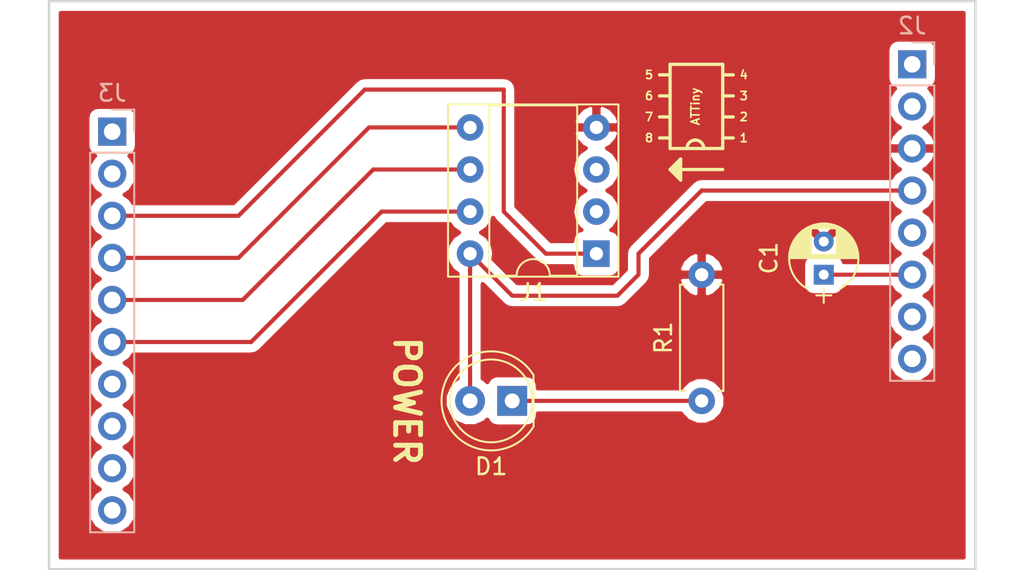
<source format=kicad_pcb>
(kicad_pcb (version 4) (host pcbnew 4.0.7-e2-6376~61~ubuntu18.04.1)

  (general
    (links 11)
    (no_connects 0)
    (area 128.194999 68.504999 184.225001 102.945001)
    (thickness 1.6)
    (drawings 33)
    (tracks 24)
    (zones 0)
    (modules 6)
    (nets 22)
  )

  (page A4)
  (title_block
    (title "ATTiny Arduino Programming Shield")
    (date 2018-07-22)
    (rev 1)
    (company "Petar Nikolov")
  )

  (layers
    (0 F.Cu signal)
    (31 B.Cu signal)
    (32 B.Adhes user)
    (33 F.Adhes user)
    (34 B.Paste user)
    (35 F.Paste user)
    (36 B.SilkS user)
    (37 F.SilkS user)
    (38 B.Mask user)
    (39 F.Mask user)
    (40 Dwgs.User user)
    (41 Cmts.User user)
    (42 Eco1.User user)
    (43 Eco2.User user)
    (44 Edge.Cuts user)
    (45 Margin user)
    (46 B.CrtYd user)
    (47 F.CrtYd user)
    (48 B.Fab user)
    (49 F.Fab user)
  )

  (setup
    (last_trace_width 0.25)
    (trace_clearance 0.25)
    (zone_clearance 0.508)
    (zone_45_only no)
    (trace_min 0.25)
    (segment_width 0.2)
    (edge_width 0.15)
    (via_size 0.6)
    (via_drill 0.4)
    (via_min_size 0.4)
    (via_min_drill 0.3)
    (uvia_size 0.3)
    (uvia_drill 0.1)
    (uvias_allowed no)
    (uvia_min_size 0.2)
    (uvia_min_drill 0.1)
    (pcb_text_width 0.3)
    (pcb_text_size 1.5 1.5)
    (mod_edge_width 0.15)
    (mod_text_size 1 1)
    (mod_text_width 0.15)
    (pad_size 1.524 1.524)
    (pad_drill 0.762)
    (pad_to_mask_clearance 0.2)
    (aux_axis_origin 0 0)
    (visible_elements FFFFFF7F)
    (pcbplotparams
      (layerselection 0x00030_80000001)
      (usegerberextensions false)
      (excludeedgelayer true)
      (linewidth 0.100000)
      (plotframeref false)
      (viasonmask false)
      (mode 1)
      (useauxorigin false)
      (hpglpennumber 1)
      (hpglpenspeed 20)
      (hpglpendiameter 15)
      (hpglpenoverlay 2)
      (psnegative false)
      (psa4output false)
      (plotreference true)
      (plotvalue true)
      (plotinvisibletext false)
      (padsonsilk false)
      (subtractmaskfromsilk false)
      (outputformat 1)
      (mirror false)
      (drillshape 1)
      (scaleselection 1)
      (outputdirectory ""))
  )

  (net 0 "")
  (net 1 /RESET)
  (net 2 Earth)
  (net 3 "Net-(D1-Pad1)")
  (net 4 +5V)
  (net 5 /a1)
  (net 6 /a5)
  (net 7 /a2)
  (net 8 /a6)
  (net 9 /a3)
  (net 10 /a7)
  (net 11 "Net-(J2-Pad1)")
  (net 12 "Net-(J2-Pad2)")
  (net 13 "Net-(J2-Pad5)")
  (net 14 "Net-(J2-Pad7)")
  (net 15 "Net-(J2-Pad8)")
  (net 16 "Net-(J3-Pad1)")
  (net 17 "Net-(J3-Pad2)")
  (net 18 "Net-(J3-Pad7)")
  (net 19 "Net-(J3-Pad8)")
  (net 20 "Net-(J3-Pad9)")
  (net 21 "Net-(J3-Pad10)")

  (net_class Default "This is the default net class."
    (clearance 0.25)
    (trace_width 0.25)
    (via_dia 0.6)
    (via_drill 0.4)
    (uvia_dia 0.3)
    (uvia_drill 0.1)
    (add_net +5V)
    (add_net /RESET)
    (add_net /a1)
    (add_net /a2)
    (add_net /a3)
    (add_net /a5)
    (add_net /a6)
    (add_net /a7)
    (add_net Earth)
    (add_net "Net-(D1-Pad1)")
    (add_net "Net-(J2-Pad1)")
    (add_net "Net-(J2-Pad2)")
    (add_net "Net-(J2-Pad5)")
    (add_net "Net-(J2-Pad7)")
    (add_net "Net-(J2-Pad8)")
    (add_net "Net-(J3-Pad1)")
    (add_net "Net-(J3-Pad10)")
    (add_net "Net-(J3-Pad2)")
    (add_net "Net-(J3-Pad7)")
    (add_net "Net-(J3-Pad8)")
    (add_net "Net-(J3-Pad9)")
  )

  (module Capacitors_THT:CP_Radial_D4.0mm_P2.00mm (layer F.Cu) (tedit 597BC7C2) (tstamp 5B5442D2)
    (at 175.006 85.09 90)
    (descr "CP, Radial series, Radial, pin pitch=2.00mm, , diameter=4mm, Electrolytic Capacitor")
    (tags "CP Radial series Radial pin pitch 2.00mm  diameter 4mm Electrolytic Capacitor")
    (path /5B53B177)
    (fp_text reference C1 (at 1 -3.31 90) (layer F.SilkS)
      (effects (font (size 1 1) (thickness 0.15)))
    )
    (fp_text value 10uF (at 1 3.31 90) (layer F.Fab)
      (effects (font (size 1 1) (thickness 0.15)))
    )
    (fp_arc (start 1 0) (end -0.845996 -0.98) (angle 124.1) (layer F.SilkS) (width 0.12))
    (fp_arc (start 1 0) (end -0.845996 0.98) (angle -124.1) (layer F.SilkS) (width 0.12))
    (fp_arc (start 1 0) (end 2.845996 -0.98) (angle 55.9) (layer F.SilkS) (width 0.12))
    (fp_circle (center 1 0) (end 3 0) (layer F.Fab) (width 0.1))
    (fp_line (start -1.7 0) (end -0.8 0) (layer F.Fab) (width 0.1))
    (fp_line (start -1.25 -0.45) (end -1.25 0.45) (layer F.Fab) (width 0.1))
    (fp_line (start 1 -2.05) (end 1 2.05) (layer F.SilkS) (width 0.12))
    (fp_line (start 1.04 -2.05) (end 1.04 2.05) (layer F.SilkS) (width 0.12))
    (fp_line (start 1.08 -2.049) (end 1.08 2.049) (layer F.SilkS) (width 0.12))
    (fp_line (start 1.12 -2.047) (end 1.12 2.047) (layer F.SilkS) (width 0.12))
    (fp_line (start 1.16 -2.044) (end 1.16 2.044) (layer F.SilkS) (width 0.12))
    (fp_line (start 1.2 -2.041) (end 1.2 2.041) (layer F.SilkS) (width 0.12))
    (fp_line (start 1.24 -2.037) (end 1.24 -0.78) (layer F.SilkS) (width 0.12))
    (fp_line (start 1.24 0.78) (end 1.24 2.037) (layer F.SilkS) (width 0.12))
    (fp_line (start 1.28 -2.032) (end 1.28 -0.78) (layer F.SilkS) (width 0.12))
    (fp_line (start 1.28 0.78) (end 1.28 2.032) (layer F.SilkS) (width 0.12))
    (fp_line (start 1.32 -2.026) (end 1.32 -0.78) (layer F.SilkS) (width 0.12))
    (fp_line (start 1.32 0.78) (end 1.32 2.026) (layer F.SilkS) (width 0.12))
    (fp_line (start 1.36 -2.019) (end 1.36 -0.78) (layer F.SilkS) (width 0.12))
    (fp_line (start 1.36 0.78) (end 1.36 2.019) (layer F.SilkS) (width 0.12))
    (fp_line (start 1.4 -2.012) (end 1.4 -0.78) (layer F.SilkS) (width 0.12))
    (fp_line (start 1.4 0.78) (end 1.4 2.012) (layer F.SilkS) (width 0.12))
    (fp_line (start 1.44 -2.004) (end 1.44 -0.78) (layer F.SilkS) (width 0.12))
    (fp_line (start 1.44 0.78) (end 1.44 2.004) (layer F.SilkS) (width 0.12))
    (fp_line (start 1.48 -1.995) (end 1.48 -0.78) (layer F.SilkS) (width 0.12))
    (fp_line (start 1.48 0.78) (end 1.48 1.995) (layer F.SilkS) (width 0.12))
    (fp_line (start 1.52 -1.985) (end 1.52 -0.78) (layer F.SilkS) (width 0.12))
    (fp_line (start 1.52 0.78) (end 1.52 1.985) (layer F.SilkS) (width 0.12))
    (fp_line (start 1.56 -1.974) (end 1.56 -0.78) (layer F.SilkS) (width 0.12))
    (fp_line (start 1.56 0.78) (end 1.56 1.974) (layer F.SilkS) (width 0.12))
    (fp_line (start 1.6 -1.963) (end 1.6 -0.78) (layer F.SilkS) (width 0.12))
    (fp_line (start 1.6 0.78) (end 1.6 1.963) (layer F.SilkS) (width 0.12))
    (fp_line (start 1.64 -1.95) (end 1.64 -0.78) (layer F.SilkS) (width 0.12))
    (fp_line (start 1.64 0.78) (end 1.64 1.95) (layer F.SilkS) (width 0.12))
    (fp_line (start 1.68 -1.937) (end 1.68 -0.78) (layer F.SilkS) (width 0.12))
    (fp_line (start 1.68 0.78) (end 1.68 1.937) (layer F.SilkS) (width 0.12))
    (fp_line (start 1.721 -1.923) (end 1.721 -0.78) (layer F.SilkS) (width 0.12))
    (fp_line (start 1.721 0.78) (end 1.721 1.923) (layer F.SilkS) (width 0.12))
    (fp_line (start 1.761 -1.907) (end 1.761 -0.78) (layer F.SilkS) (width 0.12))
    (fp_line (start 1.761 0.78) (end 1.761 1.907) (layer F.SilkS) (width 0.12))
    (fp_line (start 1.801 -1.891) (end 1.801 -0.78) (layer F.SilkS) (width 0.12))
    (fp_line (start 1.801 0.78) (end 1.801 1.891) (layer F.SilkS) (width 0.12))
    (fp_line (start 1.841 -1.874) (end 1.841 -0.78) (layer F.SilkS) (width 0.12))
    (fp_line (start 1.841 0.78) (end 1.841 1.874) (layer F.SilkS) (width 0.12))
    (fp_line (start 1.881 -1.856) (end 1.881 -0.78) (layer F.SilkS) (width 0.12))
    (fp_line (start 1.881 0.78) (end 1.881 1.856) (layer F.SilkS) (width 0.12))
    (fp_line (start 1.921 -1.837) (end 1.921 -0.78) (layer F.SilkS) (width 0.12))
    (fp_line (start 1.921 0.78) (end 1.921 1.837) (layer F.SilkS) (width 0.12))
    (fp_line (start 1.961 -1.817) (end 1.961 -0.78) (layer F.SilkS) (width 0.12))
    (fp_line (start 1.961 0.78) (end 1.961 1.817) (layer F.SilkS) (width 0.12))
    (fp_line (start 2.001 -1.796) (end 2.001 -0.78) (layer F.SilkS) (width 0.12))
    (fp_line (start 2.001 0.78) (end 2.001 1.796) (layer F.SilkS) (width 0.12))
    (fp_line (start 2.041 -1.773) (end 2.041 -0.78) (layer F.SilkS) (width 0.12))
    (fp_line (start 2.041 0.78) (end 2.041 1.773) (layer F.SilkS) (width 0.12))
    (fp_line (start 2.081 -1.75) (end 2.081 -0.78) (layer F.SilkS) (width 0.12))
    (fp_line (start 2.081 0.78) (end 2.081 1.75) (layer F.SilkS) (width 0.12))
    (fp_line (start 2.121 -1.725) (end 2.121 -0.78) (layer F.SilkS) (width 0.12))
    (fp_line (start 2.121 0.78) (end 2.121 1.725) (layer F.SilkS) (width 0.12))
    (fp_line (start 2.161 -1.699) (end 2.161 -0.78) (layer F.SilkS) (width 0.12))
    (fp_line (start 2.161 0.78) (end 2.161 1.699) (layer F.SilkS) (width 0.12))
    (fp_line (start 2.201 -1.672) (end 2.201 -0.78) (layer F.SilkS) (width 0.12))
    (fp_line (start 2.201 0.78) (end 2.201 1.672) (layer F.SilkS) (width 0.12))
    (fp_line (start 2.241 -1.643) (end 2.241 -0.78) (layer F.SilkS) (width 0.12))
    (fp_line (start 2.241 0.78) (end 2.241 1.643) (layer F.SilkS) (width 0.12))
    (fp_line (start 2.281 -1.613) (end 2.281 -0.78) (layer F.SilkS) (width 0.12))
    (fp_line (start 2.281 0.78) (end 2.281 1.613) (layer F.SilkS) (width 0.12))
    (fp_line (start 2.321 -1.581) (end 2.321 -0.78) (layer F.SilkS) (width 0.12))
    (fp_line (start 2.321 0.78) (end 2.321 1.581) (layer F.SilkS) (width 0.12))
    (fp_line (start 2.361 -1.547) (end 2.361 -0.78) (layer F.SilkS) (width 0.12))
    (fp_line (start 2.361 0.78) (end 2.361 1.547) (layer F.SilkS) (width 0.12))
    (fp_line (start 2.401 -1.512) (end 2.401 -0.78) (layer F.SilkS) (width 0.12))
    (fp_line (start 2.401 0.78) (end 2.401 1.512) (layer F.SilkS) (width 0.12))
    (fp_line (start 2.441 -1.475) (end 2.441 -0.78) (layer F.SilkS) (width 0.12))
    (fp_line (start 2.441 0.78) (end 2.441 1.475) (layer F.SilkS) (width 0.12))
    (fp_line (start 2.481 -1.436) (end 2.481 -0.78) (layer F.SilkS) (width 0.12))
    (fp_line (start 2.481 0.78) (end 2.481 1.436) (layer F.SilkS) (width 0.12))
    (fp_line (start 2.521 -1.395) (end 2.521 -0.78) (layer F.SilkS) (width 0.12))
    (fp_line (start 2.521 0.78) (end 2.521 1.395) (layer F.SilkS) (width 0.12))
    (fp_line (start 2.561 -1.351) (end 2.561 -0.78) (layer F.SilkS) (width 0.12))
    (fp_line (start 2.561 0.78) (end 2.561 1.351) (layer F.SilkS) (width 0.12))
    (fp_line (start 2.601 -1.305) (end 2.601 -0.78) (layer F.SilkS) (width 0.12))
    (fp_line (start 2.601 0.78) (end 2.601 1.305) (layer F.SilkS) (width 0.12))
    (fp_line (start 2.641 -1.256) (end 2.641 -0.78) (layer F.SilkS) (width 0.12))
    (fp_line (start 2.641 0.78) (end 2.641 1.256) (layer F.SilkS) (width 0.12))
    (fp_line (start 2.681 -1.204) (end 2.681 -0.78) (layer F.SilkS) (width 0.12))
    (fp_line (start 2.681 0.78) (end 2.681 1.204) (layer F.SilkS) (width 0.12))
    (fp_line (start 2.721 -1.148) (end 2.721 -0.78) (layer F.SilkS) (width 0.12))
    (fp_line (start 2.721 0.78) (end 2.721 1.148) (layer F.SilkS) (width 0.12))
    (fp_line (start 2.761 -1.088) (end 2.761 -0.78) (layer F.SilkS) (width 0.12))
    (fp_line (start 2.761 0.78) (end 2.761 1.088) (layer F.SilkS) (width 0.12))
    (fp_line (start 2.801 -1.023) (end 2.801 1.023) (layer F.SilkS) (width 0.12))
    (fp_line (start 2.841 -0.952) (end 2.841 0.952) (layer F.SilkS) (width 0.12))
    (fp_line (start 2.881 -0.874) (end 2.881 0.874) (layer F.SilkS) (width 0.12))
    (fp_line (start 2.921 -0.786) (end 2.921 0.786) (layer F.SilkS) (width 0.12))
    (fp_line (start 2.961 -0.686) (end 2.961 0.686) (layer F.SilkS) (width 0.12))
    (fp_line (start 3.001 -0.567) (end 3.001 0.567) (layer F.SilkS) (width 0.12))
    (fp_line (start 3.041 -0.415) (end 3.041 0.415) (layer F.SilkS) (width 0.12))
    (fp_line (start 3.081 -0.165) (end 3.081 0.165) (layer F.SilkS) (width 0.12))
    (fp_line (start -1.7 0) (end -0.8 0) (layer F.SilkS) (width 0.12))
    (fp_line (start -1.25 -0.45) (end -1.25 0.45) (layer F.SilkS) (width 0.12))
    (fp_line (start -1.35 -2.35) (end -1.35 2.35) (layer F.CrtYd) (width 0.05))
    (fp_line (start -1.35 2.35) (end 3.35 2.35) (layer F.CrtYd) (width 0.05))
    (fp_line (start 3.35 2.35) (end 3.35 -2.35) (layer F.CrtYd) (width 0.05))
    (fp_line (start 3.35 -2.35) (end -1.35 -2.35) (layer F.CrtYd) (width 0.05))
    (fp_text user %R (at 1 0 90) (layer F.Fab)
      (effects (font (size 1 1) (thickness 0.15)))
    )
    (pad 1 thru_hole rect (at 0 0 90) (size 1.2 1.2) (drill 0.6) (layers *.Cu *.Mask)
      (net 1 /RESET))
    (pad 2 thru_hole circle (at 2 0 90) (size 1.2 1.2) (drill 0.6) (layers *.Cu *.Mask)
      (net 2 Earth))
    (model ${KISYS3DMOD}/Capacitors_THT.3dshapes/CP_Radial_D4.0mm_P2.00mm.wrl
      (at (xyz 0 0 0))
      (scale (xyz 1 1 1))
      (rotate (xyz 0 0 0))
    )
  )

  (module LEDs:LED_D5.0mm (layer F.Cu) (tedit 5995936A) (tstamp 5B5442E4)
    (at 156.21 92.71 180)
    (descr "LED, diameter 5.0mm, 2 pins, http://cdn-reichelt.de/documents/datenblatt/A500/LL-504BC2E-009.pdf")
    (tags "LED diameter 5.0mm 2 pins")
    (path /5B5443E2)
    (fp_text reference D1 (at 1.27 -3.96 180) (layer F.SilkS)
      (effects (font (size 1 1) (thickness 0.15)))
    )
    (fp_text value LED (at 1.27 3.96 180) (layer F.Fab)
      (effects (font (size 1 1) (thickness 0.15)))
    )
    (fp_arc (start 1.27 0) (end -1.23 -1.469694) (angle 299.1) (layer F.Fab) (width 0.1))
    (fp_arc (start 1.27 0) (end -1.29 -1.54483) (angle 148.9) (layer F.SilkS) (width 0.12))
    (fp_arc (start 1.27 0) (end -1.29 1.54483) (angle -148.9) (layer F.SilkS) (width 0.12))
    (fp_circle (center 1.27 0) (end 3.77 0) (layer F.Fab) (width 0.1))
    (fp_circle (center 1.27 0) (end 3.77 0) (layer F.SilkS) (width 0.12))
    (fp_line (start -1.23 -1.469694) (end -1.23 1.469694) (layer F.Fab) (width 0.1))
    (fp_line (start -1.29 -1.545) (end -1.29 1.545) (layer F.SilkS) (width 0.12))
    (fp_line (start -1.95 -3.25) (end -1.95 3.25) (layer F.CrtYd) (width 0.05))
    (fp_line (start -1.95 3.25) (end 4.5 3.25) (layer F.CrtYd) (width 0.05))
    (fp_line (start 4.5 3.25) (end 4.5 -3.25) (layer F.CrtYd) (width 0.05))
    (fp_line (start 4.5 -3.25) (end -1.95 -3.25) (layer F.CrtYd) (width 0.05))
    (fp_text user %R (at 1.25 0 180) (layer F.Fab)
      (effects (font (size 0.8 0.8) (thickness 0.2)))
    )
    (pad 1 thru_hole rect (at 0 0 180) (size 1.8 1.8) (drill 0.9) (layers *.Cu *.Mask)
      (net 3 "Net-(D1-Pad1)"))
    (pad 2 thru_hole circle (at 2.54 0 180) (size 1.8 1.8) (drill 0.9) (layers *.Cu *.Mask)
      (net 4 +5V))
    (model ${KISYS3DMOD}/LEDs.3dshapes/LED_D5.0mm.wrl
      (at (xyz 0 0 0))
      (scale (xyz 0.393701 0.393701 0.393701))
      (rotate (xyz 0 0 0))
    )
  )

  (module Housings_DIP:DIP-8_W7.62mm_Socket (layer F.Cu) (tedit 59C78D6B) (tstamp 5B544308)
    (at 161.29 83.82 180)
    (descr "8-lead though-hole mounted DIP package, row spacing 7.62 mm (300 mils), Socket")
    (tags "THT DIP DIL PDIP 2.54mm 7.62mm 300mil Socket")
    (path /5B53B056)
    (fp_text reference J1 (at 3.81 -2.33 180) (layer F.SilkS)
      (effects (font (size 1 1) (thickness 0.15)))
    )
    (fp_text value DIP8_Socket (at 3.81 9.95 180) (layer F.Fab)
      (effects (font (size 1 1) (thickness 0.15)))
    )
    (fp_arc (start 3.81 -1.33) (end 2.81 -1.33) (angle -180) (layer F.SilkS) (width 0.12))
    (fp_line (start 1.635 -1.27) (end 6.985 -1.27) (layer F.Fab) (width 0.1))
    (fp_line (start 6.985 -1.27) (end 6.985 8.89) (layer F.Fab) (width 0.1))
    (fp_line (start 6.985 8.89) (end 0.635 8.89) (layer F.Fab) (width 0.1))
    (fp_line (start 0.635 8.89) (end 0.635 -0.27) (layer F.Fab) (width 0.1))
    (fp_line (start 0.635 -0.27) (end 1.635 -1.27) (layer F.Fab) (width 0.1))
    (fp_line (start -1.27 -1.33) (end -1.27 8.95) (layer F.Fab) (width 0.1))
    (fp_line (start -1.27 8.95) (end 8.89 8.95) (layer F.Fab) (width 0.1))
    (fp_line (start 8.89 8.95) (end 8.89 -1.33) (layer F.Fab) (width 0.1))
    (fp_line (start 8.89 -1.33) (end -1.27 -1.33) (layer F.Fab) (width 0.1))
    (fp_line (start 2.81 -1.33) (end 1.16 -1.33) (layer F.SilkS) (width 0.12))
    (fp_line (start 1.16 -1.33) (end 1.16 8.95) (layer F.SilkS) (width 0.12))
    (fp_line (start 1.16 8.95) (end 6.46 8.95) (layer F.SilkS) (width 0.12))
    (fp_line (start 6.46 8.95) (end 6.46 -1.33) (layer F.SilkS) (width 0.12))
    (fp_line (start 6.46 -1.33) (end 4.81 -1.33) (layer F.SilkS) (width 0.12))
    (fp_line (start -1.33 -1.39) (end -1.33 9.01) (layer F.SilkS) (width 0.12))
    (fp_line (start -1.33 9.01) (end 8.95 9.01) (layer F.SilkS) (width 0.12))
    (fp_line (start 8.95 9.01) (end 8.95 -1.39) (layer F.SilkS) (width 0.12))
    (fp_line (start 8.95 -1.39) (end -1.33 -1.39) (layer F.SilkS) (width 0.12))
    (fp_line (start -1.55 -1.6) (end -1.55 9.2) (layer F.CrtYd) (width 0.05))
    (fp_line (start -1.55 9.2) (end 9.15 9.2) (layer F.CrtYd) (width 0.05))
    (fp_line (start 9.15 9.2) (end 9.15 -1.6) (layer F.CrtYd) (width 0.05))
    (fp_line (start 9.15 -1.6) (end -1.55 -1.6) (layer F.CrtYd) (width 0.05))
    (fp_text user %R (at 3.81 3.81 180) (layer F.Fab)
      (effects (font (size 1 1) (thickness 0.15)))
    )
    (pad 1 thru_hole rect (at 0 0 180) (size 1.6 1.6) (drill 0.8) (layers *.Cu *.Mask)
      (net 5 /a1))
    (pad 5 thru_hole oval (at 7.62 7.62 180) (size 1.6 1.6) (drill 0.8) (layers *.Cu *.Mask)
      (net 6 /a5))
    (pad 2 thru_hole oval (at 0 2.54 180) (size 1.6 1.6) (drill 0.8) (layers *.Cu *.Mask)
      (net 7 /a2))
    (pad 6 thru_hole oval (at 7.62 5.08 180) (size 1.6 1.6) (drill 0.8) (layers *.Cu *.Mask)
      (net 8 /a6))
    (pad 3 thru_hole oval (at 0 5.08 180) (size 1.6 1.6) (drill 0.8) (layers *.Cu *.Mask)
      (net 9 /a3))
    (pad 7 thru_hole oval (at 7.62 2.54 180) (size 1.6 1.6) (drill 0.8) (layers *.Cu *.Mask)
      (net 10 /a7))
    (pad 4 thru_hole oval (at 0 7.62 180) (size 1.6 1.6) (drill 0.8) (layers *.Cu *.Mask)
      (net 2 Earth))
    (pad 8 thru_hole oval (at 7.62 0 180) (size 1.6 1.6) (drill 0.8) (layers *.Cu *.Mask)
      (net 4 +5V))
    (model ${KISYS3DMOD}/Housings_DIP.3dshapes/DIP-8_W7.62mm_Socket.wrl
      (at (xyz 0 0 0))
      (scale (xyz 1 1 1))
      (rotate (xyz 0 0 0))
    )
  )

  (module Pin_Headers:Pin_Header_Straight_1x08_Pitch2.54mm (layer B.Cu) (tedit 59650532) (tstamp 5B544324)
    (at 180.34 72.39 180)
    (descr "Through hole straight pin header, 1x08, 2.54mm pitch, single row")
    (tags "Through hole pin header THT 1x08 2.54mm single row")
    (path /5B53D192)
    (fp_text reference J2 (at 0 2.33 180) (layer B.SilkS)
      (effects (font (size 1 1) (thickness 0.15)) (justify mirror))
    )
    (fp_text value Conn_01x08_Male (at 0 -20.11 180) (layer B.Fab)
      (effects (font (size 1 1) (thickness 0.15)) (justify mirror))
    )
    (fp_line (start -0.635 1.27) (end 1.27 1.27) (layer B.Fab) (width 0.1))
    (fp_line (start 1.27 1.27) (end 1.27 -19.05) (layer B.Fab) (width 0.1))
    (fp_line (start 1.27 -19.05) (end -1.27 -19.05) (layer B.Fab) (width 0.1))
    (fp_line (start -1.27 -19.05) (end -1.27 0.635) (layer B.Fab) (width 0.1))
    (fp_line (start -1.27 0.635) (end -0.635 1.27) (layer B.Fab) (width 0.1))
    (fp_line (start -1.33 -19.11) (end 1.33 -19.11) (layer B.SilkS) (width 0.12))
    (fp_line (start -1.33 -1.27) (end -1.33 -19.11) (layer B.SilkS) (width 0.12))
    (fp_line (start 1.33 -1.27) (end 1.33 -19.11) (layer B.SilkS) (width 0.12))
    (fp_line (start -1.33 -1.27) (end 1.33 -1.27) (layer B.SilkS) (width 0.12))
    (fp_line (start -1.33 0) (end -1.33 1.33) (layer B.SilkS) (width 0.12))
    (fp_line (start -1.33 1.33) (end 0 1.33) (layer B.SilkS) (width 0.12))
    (fp_line (start -1.8 1.8) (end -1.8 -19.55) (layer B.CrtYd) (width 0.05))
    (fp_line (start -1.8 -19.55) (end 1.8 -19.55) (layer B.CrtYd) (width 0.05))
    (fp_line (start 1.8 -19.55) (end 1.8 1.8) (layer B.CrtYd) (width 0.05))
    (fp_line (start 1.8 1.8) (end -1.8 1.8) (layer B.CrtYd) (width 0.05))
    (fp_text user %R (at 0 -8.89 450) (layer B.Fab)
      (effects (font (size 1 1) (thickness 0.15)) (justify mirror))
    )
    (pad 1 thru_hole rect (at 0 0 180) (size 1.7 1.7) (drill 1) (layers *.Cu *.Mask)
      (net 11 "Net-(J2-Pad1)"))
    (pad 2 thru_hole oval (at 0 -2.54 180) (size 1.7 1.7) (drill 1) (layers *.Cu *.Mask)
      (net 12 "Net-(J2-Pad2)"))
    (pad 3 thru_hole oval (at 0 -5.08 180) (size 1.7 1.7) (drill 1) (layers *.Cu *.Mask)
      (net 2 Earth))
    (pad 4 thru_hole oval (at 0 -7.62 180) (size 1.7 1.7) (drill 1) (layers *.Cu *.Mask)
      (net 4 +5V))
    (pad 5 thru_hole oval (at 0 -10.16 180) (size 1.7 1.7) (drill 1) (layers *.Cu *.Mask)
      (net 13 "Net-(J2-Pad5)"))
    (pad 6 thru_hole oval (at 0 -12.7 180) (size 1.7 1.7) (drill 1) (layers *.Cu *.Mask)
      (net 1 /RESET))
    (pad 7 thru_hole oval (at 0 -15.24 180) (size 1.7 1.7) (drill 1) (layers *.Cu *.Mask)
      (net 14 "Net-(J2-Pad7)"))
    (pad 8 thru_hole oval (at 0 -17.78 180) (size 1.7 1.7) (drill 1) (layers *.Cu *.Mask)
      (net 15 "Net-(J2-Pad8)"))
    (model ${KISYS3DMOD}/Pin_Headers.3dshapes/Pin_Header_Straight_1x08_Pitch2.54mm.wrl
      (at (xyz 0 0 0))
      (scale (xyz 1 1 1))
      (rotate (xyz 0 0 0))
    )
  )

  (module Pin_Headers:Pin_Header_Straight_1x10_Pitch2.54mm (layer B.Cu) (tedit 59650532) (tstamp 5B544342)
    (at 132.08 76.454 180)
    (descr "Through hole straight pin header, 1x10, 2.54mm pitch, single row")
    (tags "Through hole pin header THT 1x10 2.54mm single row")
    (path /5B53C6D5)
    (fp_text reference J3 (at 0 2.33 180) (layer B.SilkS)
      (effects (font (size 1 1) (thickness 0.15)) (justify mirror))
    )
    (fp_text value Conn_01x10_Male (at 0 -25.19 180) (layer B.Fab)
      (effects (font (size 1 1) (thickness 0.15)) (justify mirror))
    )
    (fp_line (start -0.635 1.27) (end 1.27 1.27) (layer B.Fab) (width 0.1))
    (fp_line (start 1.27 1.27) (end 1.27 -24.13) (layer B.Fab) (width 0.1))
    (fp_line (start 1.27 -24.13) (end -1.27 -24.13) (layer B.Fab) (width 0.1))
    (fp_line (start -1.27 -24.13) (end -1.27 0.635) (layer B.Fab) (width 0.1))
    (fp_line (start -1.27 0.635) (end -0.635 1.27) (layer B.Fab) (width 0.1))
    (fp_line (start -1.33 -24.19) (end 1.33 -24.19) (layer B.SilkS) (width 0.12))
    (fp_line (start -1.33 -1.27) (end -1.33 -24.19) (layer B.SilkS) (width 0.12))
    (fp_line (start 1.33 -1.27) (end 1.33 -24.19) (layer B.SilkS) (width 0.12))
    (fp_line (start -1.33 -1.27) (end 1.33 -1.27) (layer B.SilkS) (width 0.12))
    (fp_line (start -1.33 0) (end -1.33 1.33) (layer B.SilkS) (width 0.12))
    (fp_line (start -1.33 1.33) (end 0 1.33) (layer B.SilkS) (width 0.12))
    (fp_line (start -1.8 1.8) (end -1.8 -24.65) (layer B.CrtYd) (width 0.05))
    (fp_line (start -1.8 -24.65) (end 1.8 -24.65) (layer B.CrtYd) (width 0.05))
    (fp_line (start 1.8 -24.65) (end 1.8 1.8) (layer B.CrtYd) (width 0.05))
    (fp_line (start 1.8 1.8) (end -1.8 1.8) (layer B.CrtYd) (width 0.05))
    (fp_text user %R (at 0 -11.43 450) (layer B.Fab)
      (effects (font (size 1 1) (thickness 0.15)) (justify mirror))
    )
    (pad 1 thru_hole rect (at 0 0 180) (size 1.7 1.7) (drill 1) (layers *.Cu *.Mask)
      (net 16 "Net-(J3-Pad1)"))
    (pad 2 thru_hole oval (at 0 -2.54 180) (size 1.7 1.7) (drill 1) (layers *.Cu *.Mask)
      (net 17 "Net-(J3-Pad2)"))
    (pad 3 thru_hole oval (at 0 -5.08 180) (size 1.7 1.7) (drill 1) (layers *.Cu *.Mask)
      (net 5 /a1))
    (pad 4 thru_hole oval (at 0 -7.62 180) (size 1.7 1.7) (drill 1) (layers *.Cu *.Mask)
      (net 6 /a5))
    (pad 5 thru_hole oval (at 0 -10.16 180) (size 1.7 1.7) (drill 1) (layers *.Cu *.Mask)
      (net 8 /a6))
    (pad 6 thru_hole oval (at 0 -12.7 180) (size 1.7 1.7) (drill 1) (layers *.Cu *.Mask)
      (net 10 /a7))
    (pad 7 thru_hole oval (at 0 -15.24 180) (size 1.7 1.7) (drill 1) (layers *.Cu *.Mask)
      (net 18 "Net-(J3-Pad7)"))
    (pad 8 thru_hole oval (at 0 -17.78 180) (size 1.7 1.7) (drill 1) (layers *.Cu *.Mask)
      (net 19 "Net-(J3-Pad8)"))
    (pad 9 thru_hole oval (at 0 -20.32 180) (size 1.7 1.7) (drill 1) (layers *.Cu *.Mask)
      (net 20 "Net-(J3-Pad9)"))
    (pad 10 thru_hole oval (at 0 -22.86 180) (size 1.7 1.7) (drill 1) (layers *.Cu *.Mask)
      (net 21 "Net-(J3-Pad10)"))
    (model ${KISYS3DMOD}/Pin_Headers.3dshapes/Pin_Header_Straight_1x10_Pitch2.54mm.wrl
      (at (xyz 0 0 0))
      (scale (xyz 1 1 1))
      (rotate (xyz 0 0 0))
    )
  )

  (module Resistors_THT:R_Axial_DIN0207_L6.3mm_D2.5mm_P7.62mm_Horizontal (layer F.Cu) (tedit 5874F706) (tstamp 5B544358)
    (at 167.64 92.71 90)
    (descr "Resistor, Axial_DIN0207 series, Axial, Horizontal, pin pitch=7.62mm, 0.25W = 1/4W, length*diameter=6.3*2.5mm^2, http://cdn-reichelt.de/documents/datenblatt/B400/1_4W%23YAG.pdf")
    (tags "Resistor Axial_DIN0207 series Axial Horizontal pin pitch 7.62mm 0.25W = 1/4W length 6.3mm diameter 2.5mm")
    (path /5B54445A)
    (fp_text reference R1 (at 3.81 -2.31 90) (layer F.SilkS)
      (effects (font (size 1 1) (thickness 0.15)))
    )
    (fp_text value 220 (at 3.81 2.31 90) (layer F.Fab)
      (effects (font (size 1 1) (thickness 0.15)))
    )
    (fp_line (start 0.66 -1.25) (end 0.66 1.25) (layer F.Fab) (width 0.1))
    (fp_line (start 0.66 1.25) (end 6.96 1.25) (layer F.Fab) (width 0.1))
    (fp_line (start 6.96 1.25) (end 6.96 -1.25) (layer F.Fab) (width 0.1))
    (fp_line (start 6.96 -1.25) (end 0.66 -1.25) (layer F.Fab) (width 0.1))
    (fp_line (start 0 0) (end 0.66 0) (layer F.Fab) (width 0.1))
    (fp_line (start 7.62 0) (end 6.96 0) (layer F.Fab) (width 0.1))
    (fp_line (start 0.6 -0.98) (end 0.6 -1.31) (layer F.SilkS) (width 0.12))
    (fp_line (start 0.6 -1.31) (end 7.02 -1.31) (layer F.SilkS) (width 0.12))
    (fp_line (start 7.02 -1.31) (end 7.02 -0.98) (layer F.SilkS) (width 0.12))
    (fp_line (start 0.6 0.98) (end 0.6 1.31) (layer F.SilkS) (width 0.12))
    (fp_line (start 0.6 1.31) (end 7.02 1.31) (layer F.SilkS) (width 0.12))
    (fp_line (start 7.02 1.31) (end 7.02 0.98) (layer F.SilkS) (width 0.12))
    (fp_line (start -1.05 -1.6) (end -1.05 1.6) (layer F.CrtYd) (width 0.05))
    (fp_line (start -1.05 1.6) (end 8.7 1.6) (layer F.CrtYd) (width 0.05))
    (fp_line (start 8.7 1.6) (end 8.7 -1.6) (layer F.CrtYd) (width 0.05))
    (fp_line (start 8.7 -1.6) (end -1.05 -1.6) (layer F.CrtYd) (width 0.05))
    (pad 1 thru_hole circle (at 0 0 90) (size 1.6 1.6) (drill 0.8) (layers *.Cu *.Mask)
      (net 3 "Net-(D1-Pad1)"))
    (pad 2 thru_hole oval (at 7.62 0 90) (size 1.6 1.6) (drill 0.8) (layers *.Cu *.Mask)
      (net 2 Earth))
    (model ${KISYS3DMOD}/Resistors_THT.3dshapes/R_Axial_DIN0207_L6.3mm_D2.5mm_P7.62mm_Horizontal.wrl
      (at (xyz 0 0 0))
      (scale (xyz 0.393701 0.393701 0.393701))
      (rotate (xyz 0 0 0))
    )
  )

  (gr_text POWER (at 149.86 92.71 270) (layer F.SilkS)
    (effects (font (size 1.5 1.5) (thickness 0.3)))
  )
  (gr_line (start 165.735 78.74) (end 166.37 79.375) (angle 90) (layer F.SilkS) (width 0.2))
  (gr_line (start 166.37 78.105) (end 165.735 78.74) (angle 90) (layer F.SilkS) (width 0.2))
  (gr_line (start 166.37 79.375) (end 166.37 78.105) (angle 90) (layer F.SilkS) (width 0.2))
  (gr_line (start 168.91 78.74) (end 165.735 78.74) (angle 90) (layer F.SilkS) (width 0.2))
  (gr_text ATTiny (at 167.259 74.93 90) (layer F.SilkS)
    (effects (font (size 0.5 0.5) (thickness 0.1)))
  )
  (gr_text 8 (at 164.465 76.835) (layer F.SilkS)
    (effects (font (size 0.5 0.5) (thickness 0.1)))
  )
  (gr_text 7 (at 164.465 75.565) (layer F.SilkS)
    (effects (font (size 0.5 0.5) (thickness 0.1)))
  )
  (gr_text 6 (at 164.465 74.295) (layer F.SilkS)
    (effects (font (size 0.5 0.5) (thickness 0.1)))
  )
  (gr_text 5 (at 164.465 73.025) (layer F.SilkS)
    (effects (font (size 0.5 0.5) (thickness 0.1)))
  )
  (gr_text 4 (at 170.18 73.025) (layer F.SilkS)
    (effects (font (size 0.5 0.5) (thickness 0.1)))
  )
  (gr_text 3 (at 170.18 74.295) (layer F.SilkS)
    (effects (font (size 0.5 0.5) (thickness 0.1)))
  )
  (gr_text 2 (at 170.18 75.565) (layer F.SilkS)
    (effects (font (size 0.5 0.5) (thickness 0.1)))
  )
  (gr_text 1 (at 170.18 76.835) (layer F.SilkS)
    (effects (font (size 0.5 0.5) (thickness 0.1)))
  )
  (gr_arc (start 167.259 77.47) (end 166.751 77.47) (angle 90) (layer F.SilkS) (width 0.2))
  (gr_arc (start 167.259 77.47) (end 167.259 76.962) (angle 90) (layer F.SilkS) (width 0.2))
  (gr_line (start 165.735 73.025) (end 165.1 73.025) (angle 90) (layer F.SilkS) (width 0.2))
  (gr_line (start 165.735 74.295) (end 165.1 74.295) (angle 90) (layer F.SilkS) (width 0.2))
  (gr_line (start 165.735 75.565) (end 165.1 75.565) (angle 90) (layer F.SilkS) (width 0.2))
  (gr_line (start 165.735 76.835) (end 165.1 76.835) (angle 90) (layer F.SilkS) (width 0.2))
  (gr_line (start 168.91 74.295) (end 169.545 74.295) (angle 90) (layer F.SilkS) (width 0.2))
  (gr_line (start 168.91 75.565) (end 169.545 75.565) (angle 90) (layer F.SilkS) (width 0.2))
  (gr_line (start 168.91 76.835) (end 169.545 76.835) (angle 90) (layer F.SilkS) (width 0.2))
  (gr_line (start 168.91 73.025) (end 169.545 73.025) (angle 90) (layer F.SilkS) (width 0.2))
  (gr_line (start 168.91 72.39) (end 165.735 72.39) (angle 90) (layer F.SilkS) (width 0.2))
  (gr_line (start 168.91 77.47) (end 168.91 72.39) (angle 90) (layer F.SilkS) (width 0.2))
  (gr_line (start 165.735 77.47) (end 168.91 77.47) (angle 90) (layer F.SilkS) (width 0.2))
  (gr_line (start 165.735 72.39) (end 165.735 77.47) (angle 90) (layer F.SilkS) (width 0.2))
  (gr_line (start 128.27 102.87) (end 132.08 102.87) (angle 90) (layer Edge.Cuts) (width 0.15))
  (gr_line (start 128.27 68.58) (end 128.27 102.87) (angle 90) (layer Edge.Cuts) (width 0.15))
  (gr_line (start 184.15 68.58) (end 128.27 68.58) (angle 90) (layer Edge.Cuts) (width 0.15))
  (gr_line (start 184.15 102.87) (end 184.15 68.58) (angle 90) (layer Edge.Cuts) (width 0.15))
  (gr_line (start 132.08 102.87) (end 184.15 102.87) (angle 90) (layer Edge.Cuts) (width 0.15))

  (segment (start 175.006 85.09) (end 180.34 85.09) (width 0.25) (layer F.Cu) (net 1) (status 20))
  (segment (start 167.64 92.71) (end 156.21 92.71) (width 0.25) (layer F.Cu) (net 3))
  (segment (start 180.34 80.01) (end 167.64 80.01) (width 0.25) (layer F.Cu) (net 4) (status 10))
  (segment (start 156.21 86.36) (end 153.67 83.82) (width 0.25) (layer F.Cu) (net 4) (tstamp 5B5448D4))
  (segment (start 162.56 86.36) (end 156.21 86.36) (width 0.25) (layer F.Cu) (net 4) (tstamp 5B5448D2))
  (segment (start 163.83 85.09) (end 162.56 86.36) (width 0.25) (layer F.Cu) (net 4) (tstamp 5B5448D0))
  (segment (start 163.83 83.82) (end 163.83 85.09) (width 0.25) (layer F.Cu) (net 4) (tstamp 5B5448CE))
  (segment (start 167.64 80.01) (end 163.83 83.82) (width 0.25) (layer F.Cu) (net 4) (tstamp 5B5448CC))
  (segment (start 153.67 92.71) (end 153.67 83.82) (width 0.25) (layer F.Cu) (net 4))
  (segment (start 161.29 83.82) (end 158.242 83.82) (width 0.25) (layer F.Cu) (net 5))
  (segment (start 139.7 81.534) (end 132.08 81.534) (width 0.25) (layer F.Cu) (net 5) (tstamp 5B544853) (status 20))
  (segment (start 147.32 73.914) (end 139.7 81.534) (width 0.25) (layer F.Cu) (net 5) (tstamp 5B544852))
  (segment (start 155.702 73.914) (end 147.32 73.914) (width 0.25) (layer F.Cu) (net 5) (tstamp 5B544851))
  (segment (start 155.702 81.28) (end 155.702 73.914) (width 0.25) (layer F.Cu) (net 5) (tstamp 5B54484F))
  (segment (start 158.242 83.82) (end 155.702 81.28) (width 0.25) (layer F.Cu) (net 5) (tstamp 5B54484D))
  (segment (start 153.67 76.2) (end 147.574 76.2) (width 0.25) (layer F.Cu) (net 6))
  (segment (start 139.7 84.074) (end 132.08 84.074) (width 0.25) (layer F.Cu) (net 6) (tstamp 5B544848) (status 20))
  (segment (start 147.574 76.2) (end 139.7 84.074) (width 0.25) (layer F.Cu) (net 6) (tstamp 5B544846))
  (segment (start 153.67 78.74) (end 147.828 78.74) (width 0.25) (layer F.Cu) (net 8))
  (segment (start 139.954 86.614) (end 132.08 86.614) (width 0.25) (layer F.Cu) (net 8) (tstamp 5B544842) (status 20))
  (segment (start 147.828 78.74) (end 139.954 86.614) (width 0.25) (layer F.Cu) (net 8) (tstamp 5B544840))
  (segment (start 153.67 81.28) (end 148.336 81.28) (width 0.25) (layer F.Cu) (net 10))
  (segment (start 140.462 89.154) (end 132.08 89.154) (width 0.25) (layer F.Cu) (net 10) (tstamp 5B54483C) (status 20))
  (segment (start 148.336 81.28) (end 140.462 89.154) (width 0.25) (layer F.Cu) (net 10) (tstamp 5B54483A))

  (zone (net 2) (net_name Earth) (layer F.Cu) (tstamp 5B5448DA) (hatch edge 0.508)
    (connect_pads (clearance 0.508))
    (min_thickness 0.254)
    (fill yes (arc_segments 16) (thermal_gap 0.508) (thermal_bridge_width 0.508))
    (polygon
      (pts
        (xy 184.15 102.87) (xy 128.27 102.87) (xy 128.27 68.58) (xy 184.15 68.58)
      )
    )
    (filled_polygon
      (pts
        (xy 183.44 102.16) (xy 128.98 102.16) (xy 128.98 78.994) (xy 130.565907 78.994) (xy 130.678946 79.562285)
        (xy 131.000853 80.044054) (xy 131.330026 80.264) (xy 131.000853 80.483946) (xy 130.678946 80.965715) (xy 130.565907 81.534)
        (xy 130.678946 82.102285) (xy 131.000853 82.584054) (xy 131.330026 82.804) (xy 131.000853 83.023946) (xy 130.678946 83.505715)
        (xy 130.565907 84.074) (xy 130.678946 84.642285) (xy 131.000853 85.124054) (xy 131.330026 85.344) (xy 131.000853 85.563946)
        (xy 130.678946 86.045715) (xy 130.565907 86.614) (xy 130.678946 87.182285) (xy 131.000853 87.664054) (xy 131.330026 87.884)
        (xy 131.000853 88.103946) (xy 130.678946 88.585715) (xy 130.565907 89.154) (xy 130.678946 89.722285) (xy 131.000853 90.204054)
        (xy 131.330026 90.424) (xy 131.000853 90.643946) (xy 130.678946 91.125715) (xy 130.565907 91.694) (xy 130.678946 92.262285)
        (xy 131.000853 92.744054) (xy 131.330026 92.964) (xy 131.000853 93.183946) (xy 130.678946 93.665715) (xy 130.565907 94.234)
        (xy 130.678946 94.802285) (xy 131.000853 95.284054) (xy 131.330026 95.504) (xy 131.000853 95.723946) (xy 130.678946 96.205715)
        (xy 130.565907 96.774) (xy 130.678946 97.342285) (xy 131.000853 97.824054) (xy 131.330026 98.044) (xy 131.000853 98.263946)
        (xy 130.678946 98.745715) (xy 130.565907 99.314) (xy 130.678946 99.882285) (xy 131.000853 100.364054) (xy 131.482622 100.685961)
        (xy 132.050907 100.799) (xy 132.109093 100.799) (xy 132.677378 100.685961) (xy 133.159147 100.364054) (xy 133.481054 99.882285)
        (xy 133.594093 99.314) (xy 133.481054 98.745715) (xy 133.159147 98.263946) (xy 132.829974 98.044) (xy 133.159147 97.824054)
        (xy 133.481054 97.342285) (xy 133.594093 96.774) (xy 133.481054 96.205715) (xy 133.159147 95.723946) (xy 132.829974 95.504)
        (xy 133.159147 95.284054) (xy 133.481054 94.802285) (xy 133.594093 94.234) (xy 133.481054 93.665715) (xy 133.159147 93.183946)
        (xy 132.829974 92.964) (xy 133.159147 92.744054) (xy 133.481054 92.262285) (xy 133.594093 91.694) (xy 133.481054 91.125715)
        (xy 133.159147 90.643946) (xy 132.829974 90.424) (xy 133.159147 90.204054) (xy 133.352954 89.914) (xy 140.462 89.914)
        (xy 140.752839 89.856148) (xy 140.999401 89.691401) (xy 148.650802 82.04) (xy 152.457005 82.04) (xy 152.627189 82.294698)
        (xy 153.009275 82.55) (xy 152.627189 82.805302) (xy 152.31612 83.270849) (xy 152.206887 83.82) (xy 152.31612 84.369151)
        (xy 152.627189 84.834698) (xy 152.91 85.023667) (xy 152.91 91.363154) (xy 152.801629 91.407932) (xy 152.369449 91.839357)
        (xy 152.135267 92.40333) (xy 152.134735 93.013991) (xy 152.367932 93.578371) (xy 152.799357 94.010551) (xy 153.36333 94.244733)
        (xy 153.973991 94.245265) (xy 154.538371 94.012068) (xy 154.706613 93.84412) (xy 154.706838 93.845317) (xy 154.84591 94.061441)
        (xy 155.05811 94.206431) (xy 155.31 94.25744) (xy 157.11 94.25744) (xy 157.345317 94.213162) (xy 157.561441 94.07409)
        (xy 157.706431 93.86189) (xy 157.75744 93.61) (xy 157.75744 93.47) (xy 166.401354 93.47) (xy 166.422757 93.5218)
        (xy 166.826077 93.925824) (xy 167.353309 94.14475) (xy 167.924187 94.145248) (xy 168.4518 93.927243) (xy 168.855824 93.523923)
        (xy 169.07475 92.996691) (xy 169.075248 92.425813) (xy 168.857243 91.8982) (xy 168.453923 91.494176) (xy 167.926691 91.27525)
        (xy 167.355813 91.274752) (xy 166.8282 91.492757) (xy 166.424176 91.896077) (xy 166.401785 91.95) (xy 157.75744 91.95)
        (xy 157.75744 91.81) (xy 157.713162 91.574683) (xy 157.57409 91.358559) (xy 157.36189 91.213569) (xy 157.11 91.16256)
        (xy 155.31 91.16256) (xy 155.074683 91.206838) (xy 154.858559 91.34591) (xy 154.713569 91.55811) (xy 154.709433 91.578534)
        (xy 154.540643 91.409449) (xy 154.43 91.363506) (xy 154.43 85.654802) (xy 155.672599 86.897401) (xy 155.91916 87.062148)
        (xy 155.967414 87.071746) (xy 156.21 87.12) (xy 162.56 87.12) (xy 162.850839 87.062148) (xy 163.097401 86.897401)
        (xy 164.367401 85.627401) (xy 164.493259 85.439041) (xy 166.248086 85.439041) (xy 166.487611 85.945134) (xy 166.902577 86.321041)
        (xy 167.290961 86.481904) (xy 167.513 86.359915) (xy 167.513 85.217) (xy 167.767 85.217) (xy 167.767 86.359915)
        (xy 167.989039 86.481904) (xy 168.377423 86.321041) (xy 168.792389 85.945134) (xy 169.031914 85.439041) (xy 168.910629 85.217)
        (xy 167.767 85.217) (xy 167.513 85.217) (xy 166.369371 85.217) (xy 166.248086 85.439041) (xy 164.493259 85.439041)
        (xy 164.532148 85.38084) (xy 164.59 85.09) (xy 164.59 84.740959) (xy 166.248086 84.740959) (xy 166.369371 84.963)
        (xy 167.513 84.963) (xy 167.513 83.820085) (xy 167.767 83.820085) (xy 167.767 84.963) (xy 168.910629 84.963)
        (xy 169.031914 84.740959) (xy 168.792389 84.234866) (xy 168.377423 83.858959) (xy 167.989039 83.698096) (xy 167.767 83.820085)
        (xy 167.513 83.820085) (xy 167.290961 83.698096) (xy 166.902577 83.858959) (xy 166.487611 84.234866) (xy 166.248086 84.740959)
        (xy 164.59 84.740959) (xy 164.59 84.134802) (xy 166.497537 82.227265) (xy 174.32287 82.227265) (xy 175.006 82.910395)
        (xy 175.68913 82.227265) (xy 175.639617 82.001836) (xy 175.174964 81.842193) (xy 174.684587 81.872518) (xy 174.372383 82.001836)
        (xy 174.32287 82.227265) (xy 166.497537 82.227265) (xy 167.954802 80.77) (xy 179.067046 80.77) (xy 179.260853 81.060054)
        (xy 179.590026 81.28) (xy 179.260853 81.499946) (xy 178.938946 81.981715) (xy 178.825907 82.55) (xy 178.938946 83.118285)
        (xy 179.260853 83.600054) (xy 179.590026 83.82) (xy 179.260853 84.039946) (xy 179.067046 84.33) (xy 176.223334 84.33)
        (xy 176.209162 84.254683) (xy 176.07009 84.038559) (xy 175.930245 83.943007) (xy 175.98443 83.888822) (xy 175.868737 83.773129)
        (xy 176.094164 83.723617) (xy 176.253807 83.258964) (xy 176.223482 82.768587) (xy 176.094164 82.456383) (xy 175.868735 82.40687)
        (xy 175.185605 83.09) (xy 175.199748 83.104143) (xy 175.020143 83.283748) (xy 175.006 83.269605) (xy 174.991858 83.283748)
        (xy 174.812253 83.104143) (xy 174.826395 83.09) (xy 174.143265 82.40687) (xy 173.917836 82.456383) (xy 173.758193 82.921036)
        (xy 173.788518 83.411413) (xy 173.917836 83.723617) (xy 174.143263 83.773129) (xy 174.02757 83.888822) (xy 174.082397 83.943649)
        (xy 173.954559 84.02591) (xy 173.809569 84.23811) (xy 173.75856 84.49) (xy 173.75856 85.69) (xy 173.802838 85.925317)
        (xy 173.94191 86.141441) (xy 174.15411 86.286431) (xy 174.406 86.33744) (xy 175.606 86.33744) (xy 175.841317 86.293162)
        (xy 176.057441 86.15409) (xy 176.202431 85.94189) (xy 176.221039 85.85) (xy 179.067046 85.85) (xy 179.260853 86.140054)
        (xy 179.590026 86.36) (xy 179.260853 86.579946) (xy 178.938946 87.061715) (xy 178.825907 87.63) (xy 178.938946 88.198285)
        (xy 179.260853 88.680054) (xy 179.590026 88.9) (xy 179.260853 89.119946) (xy 178.938946 89.601715) (xy 178.825907 90.17)
        (xy 178.938946 90.738285) (xy 179.260853 91.220054) (xy 179.742622 91.541961) (xy 180.310907 91.655) (xy 180.369093 91.655)
        (xy 180.937378 91.541961) (xy 181.419147 91.220054) (xy 181.741054 90.738285) (xy 181.854093 90.17) (xy 181.741054 89.601715)
        (xy 181.419147 89.119946) (xy 181.089974 88.9) (xy 181.419147 88.680054) (xy 181.741054 88.198285) (xy 181.854093 87.63)
        (xy 181.741054 87.061715) (xy 181.419147 86.579946) (xy 181.089974 86.36) (xy 181.419147 86.140054) (xy 181.741054 85.658285)
        (xy 181.854093 85.09) (xy 181.741054 84.521715) (xy 181.419147 84.039946) (xy 181.089974 83.82) (xy 181.419147 83.600054)
        (xy 181.741054 83.118285) (xy 181.854093 82.55) (xy 181.741054 81.981715) (xy 181.419147 81.499946) (xy 181.089974 81.28)
        (xy 181.419147 81.060054) (xy 181.741054 80.578285) (xy 181.854093 80.01) (xy 181.741054 79.441715) (xy 181.419147 78.959946)
        (xy 181.078447 78.732298) (xy 181.221358 78.665183) (xy 181.611645 78.236924) (xy 181.781476 77.82689) (xy 181.660155 77.597)
        (xy 180.467 77.597) (xy 180.467 77.617) (xy 180.213 77.617) (xy 180.213 77.597) (xy 179.019845 77.597)
        (xy 178.898524 77.82689) (xy 179.068355 78.236924) (xy 179.458642 78.665183) (xy 179.601553 78.732298) (xy 179.260853 78.959946)
        (xy 179.067046 79.25) (xy 167.64 79.25) (xy 167.349161 79.307852) (xy 167.102599 79.472599) (xy 163.292599 83.282599)
        (xy 163.127852 83.529161) (xy 163.07 83.82) (xy 163.07 84.775198) (xy 162.245198 85.6) (xy 156.524802 85.6)
        (xy 155.068688 84.143886) (xy 155.133113 83.82) (xy 155.02388 83.270849) (xy 154.712811 82.805302) (xy 154.330725 82.55)
        (xy 154.712811 82.294698) (xy 155.02388 81.829151) (xy 155.057962 81.657808) (xy 155.164599 81.817401) (xy 157.704599 84.357401)
        (xy 157.95116 84.522148) (xy 157.999414 84.531746) (xy 158.242 84.58) (xy 159.84256 84.58) (xy 159.84256 84.62)
        (xy 159.886838 84.855317) (xy 160.02591 85.071441) (xy 160.23811 85.216431) (xy 160.49 85.26744) (xy 162.09 85.26744)
        (xy 162.325317 85.223162) (xy 162.541441 85.08409) (xy 162.686431 84.87189) (xy 162.73744 84.62) (xy 162.73744 83.02)
        (xy 162.693162 82.784683) (xy 162.55409 82.568559) (xy 162.34189 82.423569) (xy 162.186911 82.392185) (xy 162.332811 82.294698)
        (xy 162.64388 81.829151) (xy 162.753113 81.28) (xy 162.64388 80.730849) (xy 162.332811 80.265302) (xy 161.950725 80.01)
        (xy 162.332811 79.754698) (xy 162.64388 79.289151) (xy 162.753113 78.74) (xy 162.64388 78.190849) (xy 162.332811 77.725302)
        (xy 161.928297 77.455014) (xy 162.145134 77.352389) (xy 162.521041 76.937423) (xy 162.681904 76.549039) (xy 162.559915 76.327)
        (xy 161.417 76.327) (xy 161.417 76.347) (xy 161.163 76.347) (xy 161.163 76.327) (xy 160.020085 76.327)
        (xy 159.898096 76.549039) (xy 160.058959 76.937423) (xy 160.434866 77.352389) (xy 160.651703 77.455014) (xy 160.247189 77.725302)
        (xy 159.93612 78.190849) (xy 159.826887 78.74) (xy 159.93612 79.289151) (xy 160.247189 79.754698) (xy 160.629275 80.01)
        (xy 160.247189 80.265302) (xy 159.93612 80.730849) (xy 159.826887 81.28) (xy 159.93612 81.829151) (xy 160.247189 82.294698)
        (xy 160.391465 82.391101) (xy 160.254683 82.416838) (xy 160.038559 82.55591) (xy 159.893569 82.76811) (xy 159.84256 83.02)
        (xy 159.84256 83.06) (xy 158.556802 83.06) (xy 156.462 80.965198) (xy 156.462 75.850961) (xy 159.898096 75.850961)
        (xy 160.020085 76.073) (xy 161.163 76.073) (xy 161.163 74.929371) (xy 161.417 74.929371) (xy 161.417 76.073)
        (xy 162.559915 76.073) (xy 162.681904 75.850961) (xy 162.521041 75.462577) (xy 162.145134 75.047611) (xy 161.896634 74.93)
        (xy 178.825907 74.93) (xy 178.938946 75.498285) (xy 179.260853 75.980054) (xy 179.601553 76.207702) (xy 179.458642 76.274817)
        (xy 179.068355 76.703076) (xy 178.898524 77.11311) (xy 179.019845 77.343) (xy 180.213 77.343) (xy 180.213 77.323)
        (xy 180.467 77.323) (xy 180.467 77.343) (xy 181.660155 77.343) (xy 181.781476 77.11311) (xy 181.611645 76.703076)
        (xy 181.221358 76.274817) (xy 181.078447 76.207702) (xy 181.419147 75.980054) (xy 181.741054 75.498285) (xy 181.854093 74.93)
        (xy 181.741054 74.361715) (xy 181.419147 73.879946) (xy 181.377548 73.85215) (xy 181.425317 73.843162) (xy 181.641441 73.70409)
        (xy 181.786431 73.49189) (xy 181.83744 73.24) (xy 181.83744 71.54) (xy 181.793162 71.304683) (xy 181.65409 71.088559)
        (xy 181.44189 70.943569) (xy 181.19 70.89256) (xy 179.49 70.89256) (xy 179.254683 70.936838) (xy 179.038559 71.07591)
        (xy 178.893569 71.28811) (xy 178.84256 71.54) (xy 178.84256 73.24) (xy 178.886838 73.475317) (xy 179.02591 73.691441)
        (xy 179.23811 73.836431) (xy 179.305541 73.850086) (xy 179.260853 73.879946) (xy 178.938946 74.361715) (xy 178.825907 74.93)
        (xy 161.896634 74.93) (xy 161.639041 74.808086) (xy 161.417 74.929371) (xy 161.163 74.929371) (xy 160.940959 74.808086)
        (xy 160.434866 75.047611) (xy 160.058959 75.462577) (xy 159.898096 75.850961) (xy 156.462 75.850961) (xy 156.462 73.914)
        (xy 156.404148 73.623161) (xy 156.239401 73.376599) (xy 155.992839 73.211852) (xy 155.702 73.154) (xy 147.32 73.154)
        (xy 147.02916 73.211852) (xy 146.782599 73.376599) (xy 139.385198 80.774) (xy 133.352954 80.774) (xy 133.159147 80.483946)
        (xy 132.829974 80.264) (xy 133.159147 80.044054) (xy 133.481054 79.562285) (xy 133.594093 78.994) (xy 133.481054 78.425715)
        (xy 133.159147 77.943946) (xy 133.117548 77.91615) (xy 133.165317 77.907162) (xy 133.381441 77.76809) (xy 133.526431 77.55589)
        (xy 133.57744 77.304) (xy 133.57744 75.604) (xy 133.533162 75.368683) (xy 133.39409 75.152559) (xy 133.18189 75.007569)
        (xy 132.93 74.95656) (xy 131.23 74.95656) (xy 130.994683 75.000838) (xy 130.778559 75.13991) (xy 130.633569 75.35211)
        (xy 130.58256 75.604) (xy 130.58256 77.304) (xy 130.626838 77.539317) (xy 130.76591 77.755441) (xy 130.97811 77.900431)
        (xy 131.045541 77.914086) (xy 131.000853 77.943946) (xy 130.678946 78.425715) (xy 130.565907 78.994) (xy 128.98 78.994)
        (xy 128.98 69.29) (xy 183.44 69.29)
      )
    )
  )
  (zone (net 0) (net_name "") (layer F.SilkS) (tstamp 5B544D16) (hatch edge 0.508)
    (connect_pads (clearance 0.508))
    (min_thickness 0.254)
    (fill yes (arc_segments 16) (thermal_gap 0.508) (thermal_bridge_width 0.508))
    (polygon
      (pts
        (xy 166.37 79.375) (xy 165.735 78.74) (xy 166.37 78.105)
      )
    )
    (filled_polygon
      (pts
        (xy 166.243 79.068394) (xy 165.914606 78.74) (xy 166.243 78.411606)
      )
    )
  )
)

</source>
